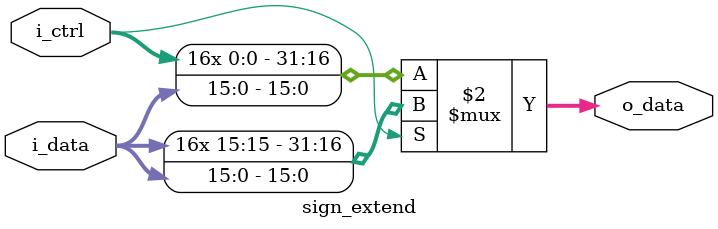
<source format=v>
`timescale 1ns / 1ps


module sign_extend(
	i_data,
	i_ctrl,
	o_data
	);
	
	input	[15:0]  i_data;
	input	i_ctrl;
	output	[31:0]  o_data;

	assign	o_data = (i_ctrl == 1'b1) 
					? ({ {16{i_data[15]}}, i_data[15:0] }) 
					: ({ {16{i_ctrl}}, i_data[15:0] });

endmodule

</source>
